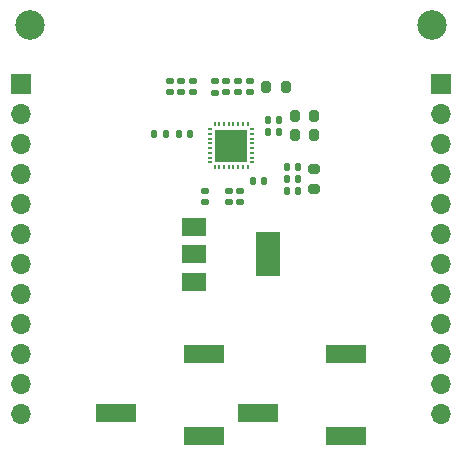
<source format=gbr>
%TF.GenerationSoftware,KiCad,Pcbnew,(6.0.0-0)*%
%TF.CreationDate,2022-08-17T22:21:40+02:00*%
%TF.ProjectId,wm8904_codec_breakout,776d3839-3034-45f6-936f-6465635f6272,rev?*%
%TF.SameCoordinates,Original*%
%TF.FileFunction,Soldermask,Top*%
%TF.FilePolarity,Negative*%
%FSLAX46Y46*%
G04 Gerber Fmt 4.6, Leading zero omitted, Abs format (unit mm)*
G04 Created by KiCad (PCBNEW (6.0.0-0)) date 2022-08-17 22:21:40*
%MOMM*%
%LPD*%
G01*
G04 APERTURE LIST*
G04 Aperture macros list*
%AMRoundRect*
0 Rectangle with rounded corners*
0 $1 Rounding radius*
0 $2 $3 $4 $5 $6 $7 $8 $9 X,Y pos of 4 corners*
0 Add a 4 corners polygon primitive as box body*
4,1,4,$2,$3,$4,$5,$6,$7,$8,$9,$2,$3,0*
0 Add four circle primitives for the rounded corners*
1,1,$1+$1,$2,$3*
1,1,$1+$1,$4,$5*
1,1,$1+$1,$6,$7*
1,1,$1+$1,$8,$9*
0 Add four rect primitives between the rounded corners*
20,1,$1+$1,$2,$3,$4,$5,0*
20,1,$1+$1,$4,$5,$6,$7,0*
20,1,$1+$1,$6,$7,$8,$9,0*
20,1,$1+$1,$8,$9,$2,$3,0*%
G04 Aperture macros list end*
%ADD10R,3.500000X1.500000*%
%ADD11RoundRect,0.135000X-0.185000X0.135000X-0.185000X-0.135000X0.185000X-0.135000X0.185000X0.135000X0*%
%ADD12RoundRect,0.140000X-0.140000X-0.170000X0.140000X-0.170000X0.140000X0.170000X-0.140000X0.170000X0*%
%ADD13R,1.700000X1.700000*%
%ADD14O,1.700000X1.700000*%
%ADD15C,2.500000*%
%ADD16RoundRect,0.140000X0.170000X-0.140000X0.170000X0.140000X-0.170000X0.140000X-0.170000X-0.140000X0*%
%ADD17RoundRect,0.135000X0.135000X0.185000X-0.135000X0.185000X-0.135000X-0.185000X0.135000X-0.185000X0*%
%ADD18RoundRect,0.140000X0.140000X0.170000X-0.140000X0.170000X-0.140000X-0.170000X0.140000X-0.170000X0*%
%ADD19RoundRect,0.140000X-0.170000X0.140000X-0.170000X-0.140000X0.170000X-0.140000X0.170000X0.140000X0*%
%ADD20RoundRect,0.200000X-0.200000X-0.275000X0.200000X-0.275000X0.200000X0.275000X-0.200000X0.275000X0*%
%ADD21O,0.200000X0.400000*%
%ADD22O,0.400000X0.200000*%
%ADD23R,2.700000X2.700000*%
%ADD24R,2.000000X1.500000*%
%ADD25R,2.000000X3.800000*%
%ADD26RoundRect,0.200000X-0.275000X0.200000X-0.275000X-0.200000X0.275000X-0.200000X0.275000X0.200000X0*%
G04 APERTURE END LIST*
D10*
%TO.C,J103*%
X140250000Y-95800000D03*
X147750000Y-97800000D03*
X147750000Y-90800000D03*
%TD*%
%TO.C,J104*%
X152250000Y-95800000D03*
X159750000Y-97800000D03*
X159750000Y-90800000D03*
%TD*%
D11*
%TO.C,R205*%
X148600000Y-67690000D03*
X148600000Y-68710000D03*
%TD*%
D12*
%TO.C,C208*%
X153120000Y-72000000D03*
X154080000Y-72000000D03*
%TD*%
D13*
%TO.C,J101*%
X132220000Y-67996000D03*
D14*
X132220000Y-70536000D03*
X132220000Y-73076000D03*
X132220000Y-75616000D03*
X132220000Y-78156000D03*
X132220000Y-80696000D03*
X132220000Y-83236000D03*
X132220000Y-85776000D03*
X132220000Y-88316000D03*
X132220000Y-90856000D03*
X132220000Y-93396000D03*
X132220000Y-95936000D03*
%TD*%
D15*
%TO.C,REF\u002A\u002A*%
X167000000Y-63000000D03*
%TD*%
D16*
%TO.C,C202*%
X147800000Y-77980000D03*
X147800000Y-77020000D03*
%TD*%
D17*
%TO.C,R203*%
X144510000Y-72200000D03*
X143490000Y-72200000D03*
%TD*%
D12*
%TO.C,C204*%
X151870000Y-76200000D03*
X152830000Y-76200000D03*
%TD*%
D18*
%TO.C,C205*%
X155680000Y-77000000D03*
X154720000Y-77000000D03*
%TD*%
D15*
%TO.C,REF\u002A\u002A*%
X133000000Y-63000000D03*
%TD*%
D19*
%TO.C,C216*%
X149600000Y-67720000D03*
X149600000Y-68680000D03*
%TD*%
%TO.C,C203*%
X150800000Y-77020000D03*
X150800000Y-77980000D03*
%TD*%
D20*
%TO.C,R202*%
X155374792Y-72298290D03*
X157024792Y-72298290D03*
%TD*%
D19*
%TO.C,C214*%
X146800000Y-67720000D03*
X146800000Y-68680000D03*
%TD*%
D16*
%TO.C,C201*%
X149800000Y-77980000D03*
X149800000Y-77020000D03*
%TD*%
D13*
%TO.C,J102*%
X167780000Y-67996000D03*
D14*
X167780000Y-70536000D03*
X167780000Y-73076000D03*
X167780000Y-75616000D03*
X167780000Y-78156000D03*
X167780000Y-80696000D03*
X167780000Y-83236000D03*
X167780000Y-85776000D03*
X167780000Y-88316000D03*
X167780000Y-90856000D03*
X167780000Y-93396000D03*
X167780000Y-95936000D03*
%TD*%
D21*
%TO.C,U201*%
X148600000Y-75000000D03*
X149000000Y-75000000D03*
X149400000Y-75000000D03*
X149800000Y-75000000D03*
X150200000Y-75000000D03*
X150600000Y-75000000D03*
X151000000Y-75000000D03*
X151400000Y-75000000D03*
D22*
X151800000Y-74600000D03*
X151800000Y-74200000D03*
X151800000Y-73800000D03*
X151800000Y-73400000D03*
X151800000Y-73000000D03*
X151800000Y-72600000D03*
X151800000Y-72200000D03*
X151800000Y-71800000D03*
D21*
X151400000Y-71400000D03*
X151000000Y-71400000D03*
X150600000Y-71400000D03*
X150200000Y-71400000D03*
X149800000Y-71400000D03*
X149400000Y-71400000D03*
X149000000Y-71400000D03*
X148600000Y-71400000D03*
D22*
X148200000Y-71800000D03*
X148200000Y-72200000D03*
X148200000Y-72600000D03*
X148200000Y-73000000D03*
X148200000Y-73400000D03*
X148200000Y-73800000D03*
X148200000Y-74200000D03*
X148200000Y-74600000D03*
D23*
X150000000Y-73200000D03*
%TD*%
D12*
%TO.C,C207*%
X154720000Y-75000000D03*
X155680000Y-75000000D03*
%TD*%
D24*
%TO.C,U101*%
X146850000Y-80100000D03*
X146850000Y-82400000D03*
D25*
X153150000Y-82400000D03*
D24*
X146850000Y-84700000D03*
%TD*%
D19*
%TO.C,C211*%
X144800000Y-67720000D03*
X144800000Y-68680000D03*
%TD*%
D12*
%TO.C,C209*%
X145600000Y-72200000D03*
X146560000Y-72200000D03*
%TD*%
D20*
%TO.C,R206*%
X153000000Y-68200000D03*
X154650000Y-68200000D03*
%TD*%
D19*
%TO.C,C215*%
X150600000Y-67720000D03*
X150600000Y-68680000D03*
%TD*%
%TO.C,C212*%
X145800000Y-67720000D03*
X145800000Y-68680000D03*
%TD*%
D26*
%TO.C,R201*%
X157000000Y-75175000D03*
X157000000Y-76825000D03*
%TD*%
D20*
%TO.C,R204*%
X155374792Y-70698290D03*
X157024792Y-70698290D03*
%TD*%
D18*
%TO.C,C206*%
X155680000Y-76000000D03*
X154720000Y-76000000D03*
%TD*%
D12*
%TO.C,C210*%
X153120000Y-71000000D03*
X154080000Y-71000000D03*
%TD*%
D16*
%TO.C,C213*%
X151625000Y-68680000D03*
X151625000Y-67720000D03*
%TD*%
M02*

</source>
